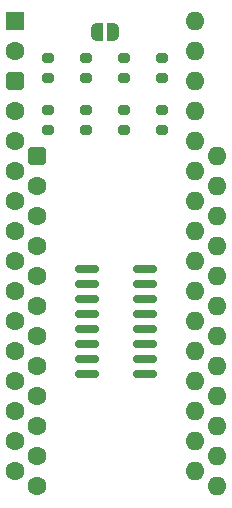
<source format=gts>
%TF.GenerationSoftware,KiCad,Pcbnew,(6.0.1)*%
%TF.CreationDate,2022-02-10T14:07:36-05:00*%
%TF.ProjectId,23XX-Adapter,32335858-2d41-4646-9170-7465722e6b69,1*%
%TF.SameCoordinates,Original*%
%TF.FileFunction,Soldermask,Top*%
%TF.FilePolarity,Negative*%
%FSLAX46Y46*%
G04 Gerber Fmt 4.6, Leading zero omitted, Abs format (unit mm)*
G04 Created by KiCad (PCBNEW (6.0.1)) date 2022-02-10 14:07:36*
%MOMM*%
%LPD*%
G01*
G04 APERTURE LIST*
G04 Aperture macros list*
%AMRoundRect*
0 Rectangle with rounded corners*
0 $1 Rounding radius*
0 $2 $3 $4 $5 $6 $7 $8 $9 X,Y pos of 4 corners*
0 Add a 4 corners polygon primitive as box body*
4,1,4,$2,$3,$4,$5,$6,$7,$8,$9,$2,$3,0*
0 Add four circle primitives for the rounded corners*
1,1,$1+$1,$2,$3*
1,1,$1+$1,$4,$5*
1,1,$1+$1,$6,$7*
1,1,$1+$1,$8,$9*
0 Add four rect primitives between the rounded corners*
20,1,$1+$1,$2,$3,$4,$5,0*
20,1,$1+$1,$4,$5,$6,$7,0*
20,1,$1+$1,$6,$7,$8,$9,0*
20,1,$1+$1,$8,$9,$2,$3,0*%
%AMOutline5P*
0 Free polygon, 5 corners , with rotation*
0 The origin of the aperture is its center*
0 number of corners: always 5*
0 $1 to $10 corner X, Y*
0 $11 Rotation angle, in degrees counterclockwise*
0 create outline with 5 corners*
4,1,5,$1,$2,$3,$4,$5,$6,$7,$8,$9,$10,$1,$2,$11*%
%AMOutline6P*
0 Free polygon, 6 corners , with rotation*
0 The origin of the aperture is its center*
0 number of corners: always 6*
0 $1 to $12 corner X, Y*
0 $13 Rotation angle, in degrees counterclockwise*
0 create outline with 6 corners*
4,1,6,$1,$2,$3,$4,$5,$6,$7,$8,$9,$10,$11,$12,$1,$2,$13*%
%AMOutline7P*
0 Free polygon, 7 corners , with rotation*
0 The origin of the aperture is its center*
0 number of corners: always 7*
0 $1 to $14 corner X, Y*
0 $15 Rotation angle, in degrees counterclockwise*
0 create outline with 7 corners*
4,1,7,$1,$2,$3,$4,$5,$6,$7,$8,$9,$10,$11,$12,$13,$14,$1,$2,$15*%
%AMOutline8P*
0 Free polygon, 8 corners , with rotation*
0 The origin of the aperture is its center*
0 number of corners: always 8*
0 $1 to $16 corner X, Y*
0 $17 Rotation angle, in degrees counterclockwise*
0 create outline with 8 corners*
4,1,8,$1,$2,$3,$4,$5,$6,$7,$8,$9,$10,$11,$12,$13,$14,$15,$16,$1,$2,$17*%
%AMFreePoly0*
4,1,22,0.500000,-0.750000,0.000000,-0.750000,0.000000,-0.745033,-0.079941,-0.743568,-0.215256,-0.701293,-0.333266,-0.622738,-0.424486,-0.514219,-0.481581,-0.384460,-0.499164,-0.250000,-0.500000,-0.250000,-0.500000,0.250000,-0.499164,0.250000,-0.499963,0.256109,-0.478152,0.396186,-0.417904,0.524511,-0.324060,0.630769,-0.204165,0.706417,-0.067858,0.745374,0.000000,0.744959,0.000000,0.750000,
0.500000,0.750000,0.500000,-0.750000,0.500000,-0.750000,$1*%
%AMFreePoly1*
4,1,20,0.000000,0.744959,0.073905,0.744508,0.209726,0.703889,0.328688,0.626782,0.421226,0.519385,0.479903,0.390333,0.500000,0.250000,0.500000,-0.250000,0.499851,-0.262216,0.476331,-0.402017,0.414519,-0.529596,0.319384,-0.634700,0.198574,-0.708877,0.061801,-0.746166,0.000000,-0.745033,0.000000,-0.750000,-0.500000,-0.750000,-0.500000,0.750000,0.000000,0.750000,0.000000,0.744959,
0.000000,0.744959,$1*%
G04 Aperture macros list end*
%ADD10RoundRect,0.200000X0.275000X-0.200000X0.275000X0.200000X-0.275000X0.200000X-0.275000X-0.200000X0*%
%ADD11FreePoly0,180.000000*%
%ADD12FreePoly1,180.000000*%
%ADD13RoundRect,0.150000X-0.825000X-0.150000X0.825000X-0.150000X0.825000X0.150000X-0.825000X0.150000X0*%
%ADD14R,1.600000X1.600000*%
%ADD15C,1.600000*%
%ADD16Outline8P,-0.800000X0.480000X-0.480000X0.800000X0.480000X0.800000X0.800000X0.480000X0.800000X-0.480000X0.480000X-0.800000X-0.480000X-0.800000X-0.800000X-0.480000X0.000000*%
%ADD17O,1.600000X1.600000*%
G04 APERTURE END LIST*
D10*
X142800000Y-79130000D03*
X142800000Y-77480000D03*
X142800000Y-83525000D03*
X142800000Y-81875000D03*
X152514000Y-79130000D03*
X152514000Y-77480000D03*
X146038000Y-79130000D03*
X146038000Y-77480000D03*
X146038000Y-83525000D03*
X146038000Y-81875000D03*
X149276000Y-83525000D03*
X149276000Y-81875000D03*
X149276000Y-79130000D03*
X149276000Y-77480000D03*
D11*
X148307000Y-75300000D03*
D12*
X147007000Y-75300000D03*
D10*
X152514000Y-83525000D03*
X152514000Y-81875000D03*
D13*
X146142500Y-95330000D03*
X146142500Y-96600000D03*
X146142500Y-97870000D03*
X146142500Y-99140000D03*
X146142500Y-100410000D03*
X146142500Y-101680000D03*
X146142500Y-102950000D03*
X146142500Y-104220000D03*
X151092500Y-104220000D03*
X151092500Y-102950000D03*
X151092500Y-101680000D03*
X151092500Y-100410000D03*
X151092500Y-99140000D03*
X151092500Y-97870000D03*
X151092500Y-96600000D03*
X151092500Y-95330000D03*
D14*
X140045000Y-74375000D03*
D15*
X140045000Y-76915000D03*
D16*
X140045000Y-79455000D03*
D15*
X140045000Y-81995000D03*
X140045000Y-84535000D03*
X140045000Y-87075000D03*
X140045000Y-89615000D03*
X140045000Y-92155000D03*
X140045000Y-94695000D03*
X140045000Y-97235000D03*
X140045000Y-99775000D03*
X140045000Y-102315000D03*
X140045000Y-104855000D03*
X140045000Y-107395000D03*
X140045000Y-109935000D03*
X140045000Y-112475000D03*
D17*
X155285000Y-112475000D03*
X155285000Y-109935000D03*
X155285000Y-107395000D03*
X155285000Y-104855000D03*
X155285000Y-102315000D03*
X155285000Y-99775000D03*
X155285000Y-97235000D03*
X155285000Y-94695000D03*
X155285000Y-92155000D03*
X155285000Y-89615000D03*
X155285000Y-87075000D03*
X155285000Y-84535000D03*
X155285000Y-81995000D03*
X155285000Y-79455000D03*
X155285000Y-76915000D03*
X155285000Y-74375000D03*
D16*
X141950000Y-85805000D03*
D15*
X141950000Y-88345000D03*
X141950000Y-90885000D03*
X141950000Y-93425000D03*
X141950000Y-95965000D03*
X141950000Y-98505000D03*
X141950000Y-101045000D03*
X141950000Y-103585000D03*
X141950000Y-106125000D03*
X141950000Y-108665000D03*
X141950000Y-111205000D03*
X141950000Y-113745000D03*
D17*
X157190000Y-113745000D03*
X157190000Y-111205000D03*
X157190000Y-108665000D03*
X157190000Y-106125000D03*
X157190000Y-103585000D03*
X157190000Y-101045000D03*
X157190000Y-98505000D03*
X157190000Y-95965000D03*
X157190000Y-93425000D03*
X157190000Y-90885000D03*
X157190000Y-88345000D03*
X157190000Y-85805000D03*
M02*

</source>
